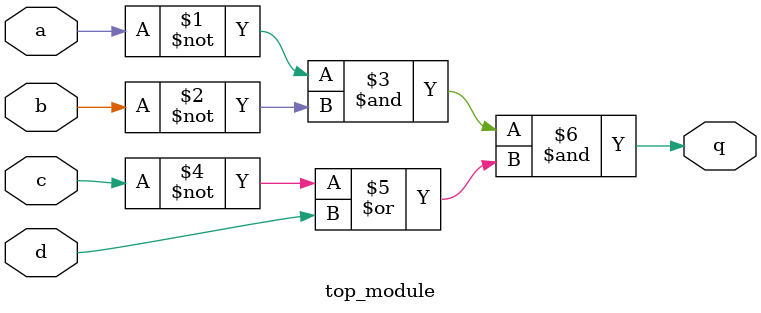
<source format=sv>
module top_module (
	input a, 
	input b, 
	input c, 
	input d,
	output q
);
	assign q = (~a & ~b & (~c | d));
endmodule

</source>
